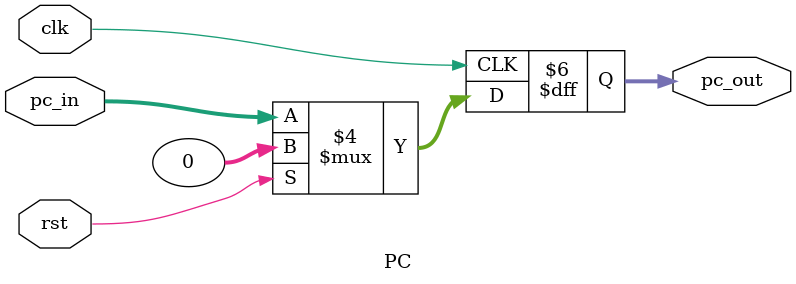
<source format=v>
module PC(clk, rst, pc_in, pc_out);

	input clk, rst;
	input [31:0] pc_in;
	output reg [31:0] pc_out;
	
	always @(posedge clk) begin
		if (rst == 1) 
			pc_out <= 0;
		else 
			pc_out <= pc_in; 
	end
endmodule
</source>
